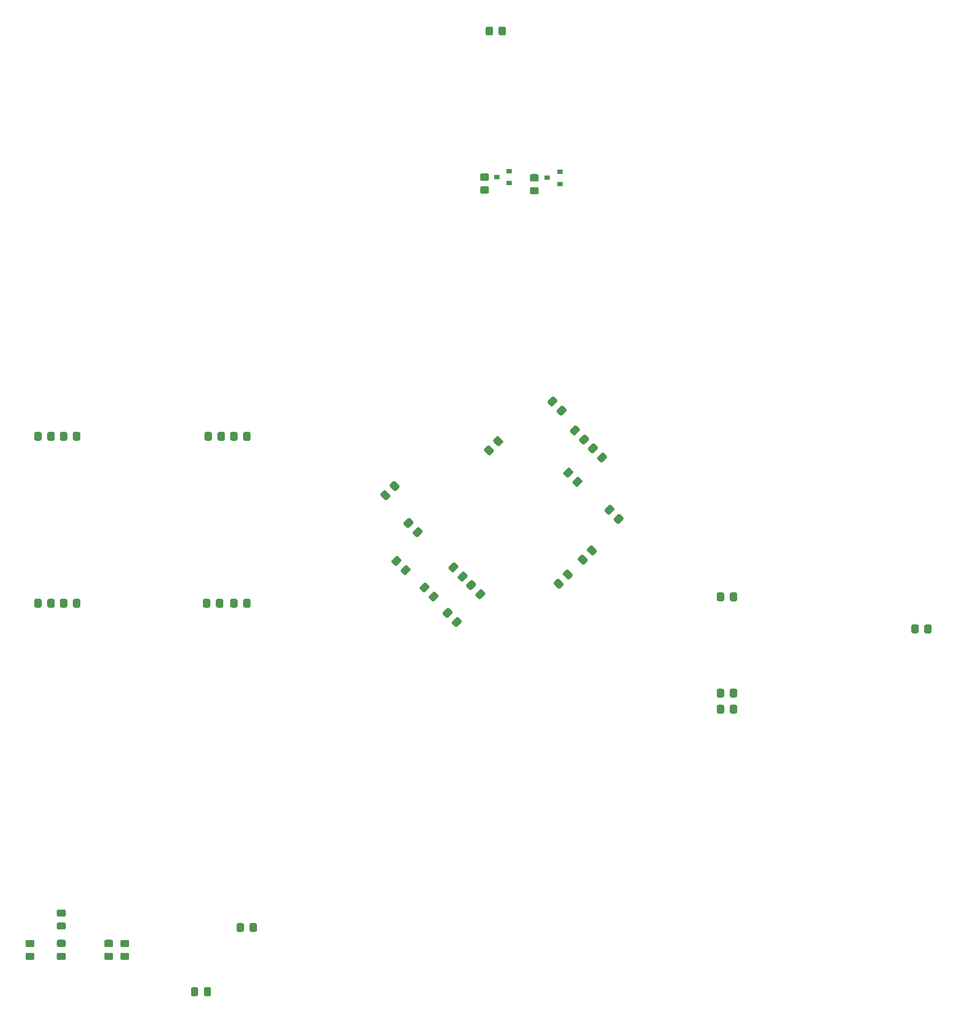
<source format=gbr>
%TF.GenerationSoftware,KiCad,Pcbnew,(5.1.6)-1*%
%TF.CreationDate,2022-11-13T07:46:46-05:00*%
%TF.ProjectId,MigStorm-ITX,4d696753-746f-4726-9d2d-4954582e6b69,rev?*%
%TF.SameCoordinates,Original*%
%TF.FileFunction,Paste,Bot*%
%TF.FilePolarity,Positive*%
%FSLAX46Y46*%
G04 Gerber Fmt 4.6, Leading zero omitted, Abs format (unit mm)*
G04 Created by KiCad (PCBNEW (5.1.6)-1) date 2022-11-13 07:46:46*
%MOMM*%
%LPD*%
G01*
G04 APERTURE LIST*
%ADD10R,0.900000X0.800000*%
G04 APERTURE END LIST*
%TO.C,C3*%
G36*
G01*
X204127612Y-132550785D02*
X203491215Y-131914388D01*
G75*
G02*
X203491215Y-131560836I176776J176776D01*
G01*
X203950836Y-131101215D01*
G75*
G02*
X204304388Y-131101215I176776J-176776D01*
G01*
X204940785Y-131737612D01*
G75*
G02*
X204940785Y-132091164I-176776J-176776D01*
G01*
X204481164Y-132550785D01*
G75*
G02*
X204127612Y-132550785I-176776J176776D01*
G01*
G37*
G36*
G01*
X202678044Y-134000353D02*
X202041647Y-133363956D01*
G75*
G02*
X202041647Y-133010404I176776J176776D01*
G01*
X202501268Y-132550783D01*
G75*
G02*
X202854820Y-132550783I176776J-176776D01*
G01*
X203491217Y-133187180D01*
G75*
G02*
X203491217Y-133540732I-176776J-176776D01*
G01*
X203031596Y-134000353D01*
G75*
G02*
X202678044Y-134000353I-176776J176776D01*
G01*
G37*
%TD*%
%TO.C,C6*%
G36*
G01*
X203782431Y-143585828D02*
X204418828Y-142949431D01*
G75*
G02*
X204772380Y-142949431I176776J-176776D01*
G01*
X205232001Y-143409052D01*
G75*
G02*
X205232001Y-143762604I-176776J-176776D01*
G01*
X204595604Y-144399001D01*
G75*
G02*
X204242052Y-144399001I-176776J176776D01*
G01*
X203782431Y-143939380D01*
G75*
G02*
X203782431Y-143585828I176776J176776D01*
G01*
G37*
G36*
G01*
X205231999Y-145035396D02*
X205868396Y-144398999D01*
G75*
G02*
X206221948Y-144398999I176776J-176776D01*
G01*
X206681569Y-144858620D01*
G75*
G02*
X206681569Y-145212172I-176776J-176776D01*
G01*
X206045172Y-145848569D01*
G75*
G02*
X205691620Y-145848569I-176776J176776D01*
G01*
X205231999Y-145388948D01*
G75*
G02*
X205231999Y-145035396I176776J176776D01*
G01*
G37*
%TD*%
%TO.C,C7*%
G36*
G01*
X209676999Y-149226396D02*
X210313396Y-148589999D01*
G75*
G02*
X210666948Y-148589999I176776J-176776D01*
G01*
X211126569Y-149049620D01*
G75*
G02*
X211126569Y-149403172I-176776J-176776D01*
G01*
X210490172Y-150039569D01*
G75*
G02*
X210136620Y-150039569I-176776J176776D01*
G01*
X209676999Y-149579948D01*
G75*
G02*
X209676999Y-149226396I176776J176776D01*
G01*
G37*
G36*
G01*
X208227431Y-147776828D02*
X208863828Y-147140431D01*
G75*
G02*
X209217380Y-147140431I176776J-176776D01*
G01*
X209677001Y-147600052D01*
G75*
G02*
X209677001Y-147953604I-176776J-176776D01*
G01*
X209040604Y-148590001D01*
G75*
G02*
X208687052Y-148590001I-176776J176776D01*
G01*
X208227431Y-148130380D01*
G75*
G02*
X208227431Y-147776828I176776J176776D01*
G01*
G37*
%TD*%
%TO.C,C10*%
G36*
G01*
X230072828Y-148007569D02*
X229436431Y-147371172D01*
G75*
G02*
X229436431Y-147017620I176776J176776D01*
G01*
X229896052Y-146557999D01*
G75*
G02*
X230249604Y-146557999I176776J-176776D01*
G01*
X230886001Y-147194396D01*
G75*
G02*
X230886001Y-147547948I-176776J-176776D01*
G01*
X230426380Y-148007569D01*
G75*
G02*
X230072828Y-148007569I-176776J176776D01*
G01*
G37*
G36*
G01*
X231522396Y-146558001D02*
X230885999Y-145921604D01*
G75*
G02*
X230885999Y-145568052I176776J176776D01*
G01*
X231345620Y-145108431D01*
G75*
G02*
X231699172Y-145108431I176776J-176776D01*
G01*
X232335569Y-145744828D01*
G75*
G02*
X232335569Y-146098380I-176776J-176776D01*
G01*
X231875948Y-146558001D01*
G75*
G02*
X231522396Y-146558001I-176776J176776D01*
G01*
G37*
%TD*%
%TO.C,C11*%
G36*
G01*
X238924215Y-136944612D02*
X239560612Y-136308215D01*
G75*
G02*
X239914164Y-136308215I176776J-176776D01*
G01*
X240373785Y-136767836D01*
G75*
G02*
X240373785Y-137121388I-176776J-176776D01*
G01*
X239737388Y-137757785D01*
G75*
G02*
X239383836Y-137757785I-176776J176776D01*
G01*
X238924215Y-137298164D01*
G75*
G02*
X238924215Y-136944612I176776J176776D01*
G01*
G37*
G36*
G01*
X237474647Y-135495044D02*
X238111044Y-134858647D01*
G75*
G02*
X238464596Y-134858647I176776J-176776D01*
G01*
X238924217Y-135318268D01*
G75*
G02*
X238924217Y-135671820I-176776J-176776D01*
G01*
X238287820Y-136308217D01*
G75*
G02*
X237934268Y-136308217I-176776J176776D01*
G01*
X237474647Y-135848596D01*
G75*
G02*
X237474647Y-135495044I176776J176776D01*
G01*
G37*
%TD*%
%TO.C,C12*%
G36*
G01*
X228457647Y-118350044D02*
X229094044Y-117713647D01*
G75*
G02*
X229447596Y-117713647I176776J-176776D01*
G01*
X229907217Y-118173268D01*
G75*
G02*
X229907217Y-118526820I-176776J-176776D01*
G01*
X229270820Y-119163217D01*
G75*
G02*
X228917268Y-119163217I-176776J176776D01*
G01*
X228457647Y-118703596D01*
G75*
G02*
X228457647Y-118350044I176776J176776D01*
G01*
G37*
G36*
G01*
X229907215Y-119799612D02*
X230543612Y-119163215D01*
G75*
G02*
X230897164Y-119163215I176776J-176776D01*
G01*
X231356785Y-119622836D01*
G75*
G02*
X231356785Y-119976388I-176776J-176776D01*
G01*
X230720388Y-120612785D01*
G75*
G02*
X230366836Y-120612785I-176776J176776D01*
G01*
X229907215Y-120153164D01*
G75*
G02*
X229907215Y-119799612I176776J176776D01*
G01*
G37*
%TD*%
%TO.C,C13*%
G36*
G01*
X232409999Y-131065396D02*
X233046396Y-130428999D01*
G75*
G02*
X233399948Y-130428999I176776J-176776D01*
G01*
X233859569Y-130888620D01*
G75*
G02*
X233859569Y-131242172I-176776J-176776D01*
G01*
X233223172Y-131878569D01*
G75*
G02*
X232869620Y-131878569I-176776J176776D01*
G01*
X232409999Y-131418948D01*
G75*
G02*
X232409999Y-131065396I176776J176776D01*
G01*
G37*
G36*
G01*
X230960431Y-129615828D02*
X231596828Y-128979431D01*
G75*
G02*
X231950380Y-128979431I176776J-176776D01*
G01*
X232410001Y-129439052D01*
G75*
G02*
X232410001Y-129792604I-176776J-176776D01*
G01*
X231773604Y-130429001D01*
G75*
G02*
X231420052Y-130429001I-176776J176776D01*
G01*
X230960431Y-129969380D01*
G75*
G02*
X230960431Y-129615828I176776J176776D01*
G01*
G37*
%TD*%
%TO.C,C14*%
G36*
G01*
X214248999Y-146051396D02*
X214885396Y-145414999D01*
G75*
G02*
X215238948Y-145414999I176776J-176776D01*
G01*
X215698569Y-145874620D01*
G75*
G02*
X215698569Y-146228172I-176776J-176776D01*
G01*
X215062172Y-146864569D01*
G75*
G02*
X214708620Y-146864569I-176776J176776D01*
G01*
X214248999Y-146404948D01*
G75*
G02*
X214248999Y-146051396I176776J176776D01*
G01*
G37*
G36*
G01*
X212799431Y-144601828D02*
X213435828Y-143965431D01*
G75*
G02*
X213789380Y-143965431I176776J-176776D01*
G01*
X214249001Y-144425052D01*
G75*
G02*
X214249001Y-144778604I-176776J-176776D01*
G01*
X213612604Y-145415001D01*
G75*
G02*
X213259052Y-145415001I-176776J176776D01*
G01*
X212799431Y-144955380D01*
G75*
G02*
X212799431Y-144601828I176776J176776D01*
G01*
G37*
%TD*%
%TO.C,C15*%
G36*
G01*
X205687431Y-137579612D02*
X206323828Y-136943215D01*
G75*
G02*
X206677380Y-136943215I176776J-176776D01*
G01*
X207137001Y-137402836D01*
G75*
G02*
X207137001Y-137756388I-176776J-176776D01*
G01*
X206500604Y-138392785D01*
G75*
G02*
X206147052Y-138392785I-176776J176776D01*
G01*
X205687431Y-137933164D01*
G75*
G02*
X205687431Y-137579612I176776J176776D01*
G01*
G37*
G36*
G01*
X207136999Y-139029180D02*
X207773396Y-138392783D01*
G75*
G02*
X208126948Y-138392783I176776J-176776D01*
G01*
X208586569Y-138852404D01*
G75*
G02*
X208586569Y-139205956I-176776J-176776D01*
G01*
X207950172Y-139842353D01*
G75*
G02*
X207596620Y-139842353I-176776J176776D01*
G01*
X207136999Y-139382732D01*
G75*
G02*
X207136999Y-139029180I176776J176776D01*
G01*
G37*
%TD*%
%TO.C,C16*%
G36*
G01*
X214772353Y-153429956D02*
X214135956Y-154066353D01*
G75*
G02*
X213782404Y-154066353I-176776J176776D01*
G01*
X213322783Y-153606732D01*
G75*
G02*
X213322783Y-153253180I176776J176776D01*
G01*
X213959180Y-152616783D01*
G75*
G02*
X214312732Y-152616783I176776J-176776D01*
G01*
X214772353Y-153076404D01*
G75*
G02*
X214772353Y-153429956I-176776J-176776D01*
G01*
G37*
G36*
G01*
X213322785Y-151980388D02*
X212686388Y-152616785D01*
G75*
G02*
X212332836Y-152616785I-176776J176776D01*
G01*
X211873215Y-152157164D01*
G75*
G02*
X211873215Y-151803612I176776J176776D01*
G01*
X212509612Y-151167215D01*
G75*
G02*
X212863164Y-151167215I176776J-176776D01*
G01*
X213322785Y-151626836D01*
G75*
G02*
X213322785Y-151980388I-176776J-176776D01*
G01*
G37*
%TD*%
%TO.C,C17*%
G36*
G01*
X217043001Y-147572604D02*
X216406604Y-148209001D01*
G75*
G02*
X216053052Y-148209001I-176776J176776D01*
G01*
X215593431Y-147749380D01*
G75*
G02*
X215593431Y-147395828I176776J176776D01*
G01*
X216229828Y-146759431D01*
G75*
G02*
X216583380Y-146759431I176776J-176776D01*
G01*
X217043001Y-147219052D01*
G75*
G02*
X217043001Y-147572604I-176776J-176776D01*
G01*
G37*
G36*
G01*
X218492569Y-149022172D02*
X217856172Y-149658569D01*
G75*
G02*
X217502620Y-149658569I-176776J176776D01*
G01*
X217042999Y-149198948D01*
G75*
G02*
X217042999Y-148845396I176776J176776D01*
G01*
X217679396Y-148208999D01*
G75*
G02*
X218032948Y-148208999I176776J-176776D01*
G01*
X218492569Y-148668620D01*
G75*
G02*
X218492569Y-149022172I-176776J-176776D01*
G01*
G37*
%TD*%
%TO.C,C18*%
G36*
G01*
X233463215Y-124371612D02*
X234099612Y-123735215D01*
G75*
G02*
X234453164Y-123735215I176776J-176776D01*
G01*
X234912785Y-124194836D01*
G75*
G02*
X234912785Y-124548388I-176776J-176776D01*
G01*
X234276388Y-125184785D01*
G75*
G02*
X233922836Y-125184785I-176776J176776D01*
G01*
X233463215Y-124725164D01*
G75*
G02*
X233463215Y-124371612I176776J176776D01*
G01*
G37*
G36*
G01*
X232013647Y-122922044D02*
X232650044Y-122285647D01*
G75*
G02*
X233003596Y-122285647I176776J-176776D01*
G01*
X233463217Y-122745268D01*
G75*
G02*
X233463217Y-123098820I-176776J-176776D01*
G01*
X232826820Y-123735217D01*
G75*
G02*
X232473268Y-123735217I-176776J176776D01*
G01*
X232013647Y-123275596D01*
G75*
G02*
X232013647Y-122922044I176776J176776D01*
G01*
G37*
%TD*%
%TO.C,C19*%
G36*
G01*
X235509172Y-141298431D02*
X236145569Y-141934828D01*
G75*
G02*
X236145569Y-142288380I-176776J-176776D01*
G01*
X235685948Y-142748001D01*
G75*
G02*
X235332396Y-142748001I-176776J176776D01*
G01*
X234695999Y-142111604D01*
G75*
G02*
X234695999Y-141758052I176776J176776D01*
G01*
X235155620Y-141298431D01*
G75*
G02*
X235509172Y-141298431I176776J-176776D01*
G01*
G37*
G36*
G01*
X234059604Y-142747999D02*
X234696001Y-143384396D01*
G75*
G02*
X234696001Y-143737948I-176776J-176776D01*
G01*
X234236380Y-144197569D01*
G75*
G02*
X233882828Y-144197569I-176776J176776D01*
G01*
X233246431Y-143561172D01*
G75*
G02*
X233246431Y-143207620I176776J176776D01*
G01*
X233706052Y-142747999D01*
G75*
G02*
X234059604Y-142747999I176776J-176776D01*
G01*
G37*
%TD*%
%TO.C,C20*%
G36*
G01*
X237759353Y-127394956D02*
X237122956Y-128031353D01*
G75*
G02*
X236769404Y-128031353I-176776J176776D01*
G01*
X236309783Y-127571732D01*
G75*
G02*
X236309783Y-127218180I176776J176776D01*
G01*
X236946180Y-126581783D01*
G75*
G02*
X237299732Y-126581783I176776J-176776D01*
G01*
X237759353Y-127041404D01*
G75*
G02*
X237759353Y-127394956I-176776J-176776D01*
G01*
G37*
G36*
G01*
X236309785Y-125945388D02*
X235673388Y-126581785D01*
G75*
G02*
X235319836Y-126581785I-176776J176776D01*
G01*
X234860215Y-126122164D01*
G75*
G02*
X234860215Y-125768612I176776J176776D01*
G01*
X235496612Y-125132215D01*
G75*
G02*
X235850164Y-125132215I176776J-176776D01*
G01*
X236309785Y-125591836D01*
G75*
G02*
X236309785Y-125945388I-176776J-176776D01*
G01*
G37*
%TD*%
%TO.C,C21*%
G36*
G01*
X256344000Y-148901999D02*
X256344000Y-149802001D01*
G75*
G02*
X256094001Y-150052000I-249999J0D01*
G01*
X255443999Y-150052000D01*
G75*
G02*
X255194000Y-149802001I0J249999D01*
G01*
X255194000Y-148901999D01*
G75*
G02*
X255443999Y-148652000I249999J0D01*
G01*
X256094001Y-148652000D01*
G75*
G02*
X256344000Y-148901999I0J-249999D01*
G01*
G37*
G36*
G01*
X258394000Y-148901999D02*
X258394000Y-149802001D01*
G75*
G02*
X258144001Y-150052000I-249999J0D01*
G01*
X257493999Y-150052000D01*
G75*
G02*
X257244000Y-149802001I0J249999D01*
G01*
X257244000Y-148901999D01*
G75*
G02*
X257493999Y-148652000I249999J0D01*
G01*
X258144001Y-148652000D01*
G75*
G02*
X258394000Y-148901999I0J-249999D01*
G01*
G37*
%TD*%
%TO.C,C22*%
G36*
G01*
X287987000Y-154882001D02*
X287987000Y-153981999D01*
G75*
G02*
X288236999Y-153732000I249999J0D01*
G01*
X288887001Y-153732000D01*
G75*
G02*
X289137000Y-153981999I0J-249999D01*
G01*
X289137000Y-154882001D01*
G75*
G02*
X288887001Y-155132000I-249999J0D01*
G01*
X288236999Y-155132000D01*
G75*
G02*
X287987000Y-154882001I0J249999D01*
G01*
G37*
G36*
G01*
X285937000Y-154882001D02*
X285937000Y-153981999D01*
G75*
G02*
X286186999Y-153732000I249999J0D01*
G01*
X286837001Y-153732000D01*
G75*
G02*
X287087000Y-153981999I0J-249999D01*
G01*
X287087000Y-154882001D01*
G75*
G02*
X286837001Y-155132000I-249999J0D01*
G01*
X286186999Y-155132000D01*
G75*
G02*
X285937000Y-154882001I0J249999D01*
G01*
G37*
%TD*%
%TO.C,C23*%
G36*
G01*
X258385000Y-164141999D02*
X258385000Y-165042001D01*
G75*
G02*
X258135001Y-165292000I-249999J0D01*
G01*
X257484999Y-165292000D01*
G75*
G02*
X257235000Y-165042001I0J249999D01*
G01*
X257235000Y-164141999D01*
G75*
G02*
X257484999Y-163892000I249999J0D01*
G01*
X258135001Y-163892000D01*
G75*
G02*
X258385000Y-164141999I0J-249999D01*
G01*
G37*
G36*
G01*
X256335000Y-164141999D02*
X256335000Y-165042001D01*
G75*
G02*
X256085001Y-165292000I-249999J0D01*
G01*
X255434999Y-165292000D01*
G75*
G02*
X255185000Y-165042001I0J249999D01*
G01*
X255185000Y-164141999D01*
G75*
G02*
X255434999Y-163892000I249999J0D01*
G01*
X256085001Y-163892000D01*
G75*
G02*
X256335000Y-164141999I0J-249999D01*
G01*
G37*
%TD*%
%TO.C,C24*%
G36*
G01*
X256335000Y-166681999D02*
X256335000Y-167582001D01*
G75*
G02*
X256085001Y-167832000I-249999J0D01*
G01*
X255434999Y-167832000D01*
G75*
G02*
X255185000Y-167582001I0J249999D01*
G01*
X255185000Y-166681999D01*
G75*
G02*
X255434999Y-166432000I249999J0D01*
G01*
X256085001Y-166432000D01*
G75*
G02*
X256335000Y-166681999I0J-249999D01*
G01*
G37*
G36*
G01*
X258385000Y-166681999D02*
X258385000Y-167582001D01*
G75*
G02*
X258135001Y-167832000I-249999J0D01*
G01*
X257484999Y-167832000D01*
G75*
G02*
X257235000Y-167582001I0J249999D01*
G01*
X257235000Y-166681999D01*
G75*
G02*
X257484999Y-166432000I249999J0D01*
G01*
X258135001Y-166432000D01*
G75*
G02*
X258385000Y-166681999I0J-249999D01*
G01*
G37*
%TD*%
%TO.C,C25*%
G36*
G01*
X147244000Y-124402001D02*
X147244000Y-123501999D01*
G75*
G02*
X147493999Y-123252000I249999J0D01*
G01*
X148144001Y-123252000D01*
G75*
G02*
X148394000Y-123501999I0J-249999D01*
G01*
X148394000Y-124402001D01*
G75*
G02*
X148144001Y-124652000I-249999J0D01*
G01*
X147493999Y-124652000D01*
G75*
G02*
X147244000Y-124402001I0J249999D01*
G01*
G37*
G36*
G01*
X149294000Y-124402001D02*
X149294000Y-123501999D01*
G75*
G02*
X149543999Y-123252000I249999J0D01*
G01*
X150194001Y-123252000D01*
G75*
G02*
X150444000Y-123501999I0J-249999D01*
G01*
X150444000Y-124402001D01*
G75*
G02*
X150194001Y-124652000I-249999J0D01*
G01*
X149543999Y-124652000D01*
G75*
G02*
X149294000Y-124402001I0J249999D01*
G01*
G37*
%TD*%
%TO.C,C26*%
G36*
G01*
X154499000Y-123501999D02*
X154499000Y-124402001D01*
G75*
G02*
X154249001Y-124652000I-249999J0D01*
G01*
X153598999Y-124652000D01*
G75*
G02*
X153349000Y-124402001I0J249999D01*
G01*
X153349000Y-123501999D01*
G75*
G02*
X153598999Y-123252000I249999J0D01*
G01*
X154249001Y-123252000D01*
G75*
G02*
X154499000Y-123501999I0J-249999D01*
G01*
G37*
G36*
G01*
X152449000Y-123501999D02*
X152449000Y-124402001D01*
G75*
G02*
X152199001Y-124652000I-249999J0D01*
G01*
X151548999Y-124652000D01*
G75*
G02*
X151299000Y-124402001I0J249999D01*
G01*
X151299000Y-123501999D01*
G75*
G02*
X151548999Y-123252000I249999J0D01*
G01*
X152199001Y-123252000D01*
G75*
G02*
X152449000Y-123501999I0J-249999D01*
G01*
G37*
%TD*%
%TO.C,C27*%
G36*
G01*
X176218000Y-124402001D02*
X176218000Y-123501999D01*
G75*
G02*
X176467999Y-123252000I249999J0D01*
G01*
X177118001Y-123252000D01*
G75*
G02*
X177368000Y-123501999I0J-249999D01*
G01*
X177368000Y-124402001D01*
G75*
G02*
X177118001Y-124652000I-249999J0D01*
G01*
X176467999Y-124652000D01*
G75*
G02*
X176218000Y-124402001I0J249999D01*
G01*
G37*
G36*
G01*
X174168000Y-124402001D02*
X174168000Y-123501999D01*
G75*
G02*
X174417999Y-123252000I249999J0D01*
G01*
X175068001Y-123252000D01*
G75*
G02*
X175318000Y-123501999I0J-249999D01*
G01*
X175318000Y-124402001D01*
G75*
G02*
X175068001Y-124652000I-249999J0D01*
G01*
X174417999Y-124652000D01*
G75*
G02*
X174168000Y-124402001I0J249999D01*
G01*
G37*
%TD*%
%TO.C,C28*%
G36*
G01*
X181432000Y-123501999D02*
X181432000Y-124402001D01*
G75*
G02*
X181182001Y-124652000I-249999J0D01*
G01*
X180531999Y-124652000D01*
G75*
G02*
X180282000Y-124402001I0J249999D01*
G01*
X180282000Y-123501999D01*
G75*
G02*
X180531999Y-123252000I249999J0D01*
G01*
X181182001Y-123252000D01*
G75*
G02*
X181432000Y-123501999I0J-249999D01*
G01*
G37*
G36*
G01*
X179382000Y-123501999D02*
X179382000Y-124402001D01*
G75*
G02*
X179132001Y-124652000I-249999J0D01*
G01*
X178481999Y-124652000D01*
G75*
G02*
X178232000Y-124402001I0J249999D01*
G01*
X178232000Y-123501999D01*
G75*
G02*
X178481999Y-123252000I249999J0D01*
G01*
X179132001Y-123252000D01*
G75*
G02*
X179382000Y-123501999I0J-249999D01*
G01*
G37*
%TD*%
%TO.C,C29*%
G36*
G01*
X149294000Y-150818001D02*
X149294000Y-149917999D01*
G75*
G02*
X149543999Y-149668000I249999J0D01*
G01*
X150194001Y-149668000D01*
G75*
G02*
X150444000Y-149917999I0J-249999D01*
G01*
X150444000Y-150818001D01*
G75*
G02*
X150194001Y-151068000I-249999J0D01*
G01*
X149543999Y-151068000D01*
G75*
G02*
X149294000Y-150818001I0J249999D01*
G01*
G37*
G36*
G01*
X147244000Y-150818001D02*
X147244000Y-149917999D01*
G75*
G02*
X147493999Y-149668000I249999J0D01*
G01*
X148144001Y-149668000D01*
G75*
G02*
X148394000Y-149917999I0J-249999D01*
G01*
X148394000Y-150818001D01*
G75*
G02*
X148144001Y-151068000I-249999J0D01*
G01*
X147493999Y-151068000D01*
G75*
G02*
X147244000Y-150818001I0J249999D01*
G01*
G37*
%TD*%
%TO.C,C30*%
G36*
G01*
X154508000Y-149917999D02*
X154508000Y-150818001D01*
G75*
G02*
X154258001Y-151068000I-249999J0D01*
G01*
X153607999Y-151068000D01*
G75*
G02*
X153358000Y-150818001I0J249999D01*
G01*
X153358000Y-149917999D01*
G75*
G02*
X153607999Y-149668000I249999J0D01*
G01*
X154258001Y-149668000D01*
G75*
G02*
X154508000Y-149917999I0J-249999D01*
G01*
G37*
G36*
G01*
X152458000Y-149917999D02*
X152458000Y-150818001D01*
G75*
G02*
X152208001Y-151068000I-249999J0D01*
G01*
X151557999Y-151068000D01*
G75*
G02*
X151308000Y-150818001I0J249999D01*
G01*
X151308000Y-149917999D01*
G75*
G02*
X151557999Y-149668000I249999J0D01*
G01*
X152208001Y-149668000D01*
G75*
G02*
X152458000Y-149917999I0J-249999D01*
G01*
G37*
%TD*%
%TO.C,C31*%
G36*
G01*
X175964000Y-150818001D02*
X175964000Y-149917999D01*
G75*
G02*
X176213999Y-149668000I249999J0D01*
G01*
X176864001Y-149668000D01*
G75*
G02*
X177114000Y-149917999I0J-249999D01*
G01*
X177114000Y-150818001D01*
G75*
G02*
X176864001Y-151068000I-249999J0D01*
G01*
X176213999Y-151068000D01*
G75*
G02*
X175964000Y-150818001I0J249999D01*
G01*
G37*
G36*
G01*
X173914000Y-150818001D02*
X173914000Y-149917999D01*
G75*
G02*
X174163999Y-149668000I249999J0D01*
G01*
X174814001Y-149668000D01*
G75*
G02*
X175064000Y-149917999I0J-249999D01*
G01*
X175064000Y-150818001D01*
G75*
G02*
X174814001Y-151068000I-249999J0D01*
G01*
X174163999Y-151068000D01*
G75*
G02*
X173914000Y-150818001I0J249999D01*
G01*
G37*
%TD*%
%TO.C,C32*%
G36*
G01*
X181432000Y-149917999D02*
X181432000Y-150818001D01*
G75*
G02*
X181182001Y-151068000I-249999J0D01*
G01*
X180531999Y-151068000D01*
G75*
G02*
X180282000Y-150818001I0J249999D01*
G01*
X180282000Y-149917999D01*
G75*
G02*
X180531999Y-149668000I249999J0D01*
G01*
X181182001Y-149668000D01*
G75*
G02*
X181432000Y-149917999I0J-249999D01*
G01*
G37*
G36*
G01*
X179382000Y-149917999D02*
X179382000Y-150818001D01*
G75*
G02*
X179132001Y-151068000I-249999J0D01*
G01*
X178481999Y-151068000D01*
G75*
G02*
X178232000Y-150818001I0J249999D01*
G01*
X178232000Y-149917999D01*
G75*
G02*
X178481999Y-149668000I249999J0D01*
G01*
X179132001Y-149668000D01*
G75*
G02*
X179382000Y-149917999I0J-249999D01*
G01*
G37*
%TD*%
%TO.C,C41*%
G36*
G01*
X181289000Y-202126001D02*
X181289000Y-201225999D01*
G75*
G02*
X181538999Y-200976000I249999J0D01*
G01*
X182189001Y-200976000D01*
G75*
G02*
X182439000Y-201225999I0J-249999D01*
G01*
X182439000Y-202126001D01*
G75*
G02*
X182189001Y-202376000I-249999J0D01*
G01*
X181538999Y-202376000D01*
G75*
G02*
X181289000Y-202126001I0J249999D01*
G01*
G37*
G36*
G01*
X179239000Y-202126001D02*
X179239000Y-201225999D01*
G75*
G02*
X179488999Y-200976000I249999J0D01*
G01*
X180139001Y-200976000D01*
G75*
G02*
X180389000Y-201225999I0J-249999D01*
G01*
X180389000Y-202126001D01*
G75*
G02*
X180139001Y-202376000I-249999J0D01*
G01*
X179488999Y-202376000D01*
G75*
G02*
X179239000Y-202126001I0J249999D01*
G01*
G37*
%TD*%
D10*
%TO.C,D5*%
X220361000Y-82931000D03*
X222361000Y-83881000D03*
X222361000Y-81981000D03*
%TD*%
%TO.C,D6*%
X230378000Y-82108000D03*
X230378000Y-84008000D03*
X228378000Y-83058000D03*
%TD*%
%TO.C,R7*%
G36*
G01*
X220510612Y-125438785D02*
X219874215Y-124802388D01*
G75*
G02*
X219874215Y-124448836I176776J176776D01*
G01*
X220333836Y-123989215D01*
G75*
G02*
X220687388Y-123989215I176776J-176776D01*
G01*
X221323785Y-124625612D01*
G75*
G02*
X221323785Y-124979164I-176776J-176776D01*
G01*
X220864164Y-125438785D01*
G75*
G02*
X220510612Y-125438785I-176776J176776D01*
G01*
G37*
G36*
G01*
X219061044Y-126888353D02*
X218424647Y-126251956D01*
G75*
G02*
X218424647Y-125898404I176776J176776D01*
G01*
X218884268Y-125438783D01*
G75*
G02*
X219237820Y-125438783I176776J-176776D01*
G01*
X219874217Y-126075180D01*
G75*
G02*
X219874217Y-126428732I-176776J-176776D01*
G01*
X219414596Y-126888353D01*
G75*
G02*
X219061044Y-126888353I-176776J176776D01*
G01*
G37*
%TD*%
%TO.C,R24*%
G36*
G01*
X174050000Y-212286001D02*
X174050000Y-211385999D01*
G75*
G02*
X174299999Y-211136000I249999J0D01*
G01*
X174950001Y-211136000D01*
G75*
G02*
X175200000Y-211385999I0J-249999D01*
G01*
X175200000Y-212286001D01*
G75*
G02*
X174950001Y-212536000I-249999J0D01*
G01*
X174299999Y-212536000D01*
G75*
G02*
X174050000Y-212286001I0J249999D01*
G01*
G37*
G36*
G01*
X172000000Y-212286001D02*
X172000000Y-211385999D01*
G75*
G02*
X172249999Y-211136000I249999J0D01*
G01*
X172900001Y-211136000D01*
G75*
G02*
X173150000Y-211385999I0J-249999D01*
G01*
X173150000Y-212286001D01*
G75*
G02*
X172900001Y-212536000I-249999J0D01*
G01*
X172249999Y-212536000D01*
G75*
G02*
X172000000Y-212286001I0J249999D01*
G01*
G37*
%TD*%
%TO.C,R29*%
G36*
G01*
X151961001Y-199965000D02*
X151060999Y-199965000D01*
G75*
G02*
X150811000Y-199715001I0J249999D01*
G01*
X150811000Y-199064999D01*
G75*
G02*
X151060999Y-198815000I249999J0D01*
G01*
X151961001Y-198815000D01*
G75*
G02*
X152211000Y-199064999I0J-249999D01*
G01*
X152211000Y-199715001D01*
G75*
G02*
X151961001Y-199965000I-249999J0D01*
G01*
G37*
G36*
G01*
X151961001Y-202015000D02*
X151060999Y-202015000D01*
G75*
G02*
X150811000Y-201765001I0J249999D01*
G01*
X150811000Y-201114999D01*
G75*
G02*
X151060999Y-200865000I249999J0D01*
G01*
X151961001Y-200865000D01*
G75*
G02*
X152211000Y-201114999I0J-249999D01*
G01*
X152211000Y-201765001D01*
G75*
G02*
X151961001Y-202015000I-249999J0D01*
G01*
G37*
%TD*%
%TO.C,R30*%
G36*
G01*
X161994001Y-204791000D02*
X161093999Y-204791000D01*
G75*
G02*
X160844000Y-204541001I0J249999D01*
G01*
X160844000Y-203890999D01*
G75*
G02*
X161093999Y-203641000I249999J0D01*
G01*
X161994001Y-203641000D01*
G75*
G02*
X162244000Y-203890999I0J-249999D01*
G01*
X162244000Y-204541001D01*
G75*
G02*
X161994001Y-204791000I-249999J0D01*
G01*
G37*
G36*
G01*
X161994001Y-206841000D02*
X161093999Y-206841000D01*
G75*
G02*
X160844000Y-206591001I0J249999D01*
G01*
X160844000Y-205940999D01*
G75*
G02*
X161093999Y-205691000I249999J0D01*
G01*
X161994001Y-205691000D01*
G75*
G02*
X162244000Y-205940999I0J-249999D01*
G01*
X162244000Y-206591001D01*
G75*
G02*
X161994001Y-206841000I-249999J0D01*
G01*
G37*
%TD*%
%TO.C,R31*%
G36*
G01*
X159454001Y-206823000D02*
X158553999Y-206823000D01*
G75*
G02*
X158304000Y-206573001I0J249999D01*
G01*
X158304000Y-205922999D01*
G75*
G02*
X158553999Y-205673000I249999J0D01*
G01*
X159454001Y-205673000D01*
G75*
G02*
X159704000Y-205922999I0J-249999D01*
G01*
X159704000Y-206573001D01*
G75*
G02*
X159454001Y-206823000I-249999J0D01*
G01*
G37*
G36*
G01*
X159454001Y-204773000D02*
X158553999Y-204773000D01*
G75*
G02*
X158304000Y-204523001I0J249999D01*
G01*
X158304000Y-203872999D01*
G75*
G02*
X158553999Y-203623000I249999J0D01*
G01*
X159454001Y-203623000D01*
G75*
G02*
X159704000Y-203872999I0J-249999D01*
G01*
X159704000Y-204523001D01*
G75*
G02*
X159454001Y-204773000I-249999J0D01*
G01*
G37*
%TD*%
%TO.C,R32*%
G36*
G01*
X151961001Y-206823000D02*
X151060999Y-206823000D01*
G75*
G02*
X150811000Y-206573001I0J249999D01*
G01*
X150811000Y-205922999D01*
G75*
G02*
X151060999Y-205673000I249999J0D01*
G01*
X151961001Y-205673000D01*
G75*
G02*
X152211000Y-205922999I0J-249999D01*
G01*
X152211000Y-206573001D01*
G75*
G02*
X151961001Y-206823000I-249999J0D01*
G01*
G37*
G36*
G01*
X151961001Y-204773000D02*
X151060999Y-204773000D01*
G75*
G02*
X150811000Y-204523001I0J249999D01*
G01*
X150811000Y-203872999D01*
G75*
G02*
X151060999Y-203623000I249999J0D01*
G01*
X151961001Y-203623000D01*
G75*
G02*
X152211000Y-203872999I0J-249999D01*
G01*
X152211000Y-204523001D01*
G75*
G02*
X151961001Y-204773000I-249999J0D01*
G01*
G37*
%TD*%
%TO.C,R33*%
G36*
G01*
X147008001Y-206841000D02*
X146107999Y-206841000D01*
G75*
G02*
X145858000Y-206591001I0J249999D01*
G01*
X145858000Y-205940999D01*
G75*
G02*
X146107999Y-205691000I249999J0D01*
G01*
X147008001Y-205691000D01*
G75*
G02*
X147258000Y-205940999I0J-249999D01*
G01*
X147258000Y-206591001D01*
G75*
G02*
X147008001Y-206841000I-249999J0D01*
G01*
G37*
G36*
G01*
X147008001Y-204791000D02*
X146107999Y-204791000D01*
G75*
G02*
X145858000Y-204541001I0J249999D01*
G01*
X145858000Y-203890999D01*
G75*
G02*
X146107999Y-203641000I249999J0D01*
G01*
X147008001Y-203641000D01*
G75*
G02*
X147258000Y-203890999I0J-249999D01*
G01*
X147258000Y-204541001D01*
G75*
G02*
X147008001Y-204791000I-249999J0D01*
G01*
G37*
%TD*%
%TO.C,R63*%
G36*
G01*
X218618000Y-60267001D02*
X218618000Y-59366999D01*
G75*
G02*
X218867999Y-59117000I249999J0D01*
G01*
X219518001Y-59117000D01*
G75*
G02*
X219768000Y-59366999I0J-249999D01*
G01*
X219768000Y-60267001D01*
G75*
G02*
X219518001Y-60517000I-249999J0D01*
G01*
X218867999Y-60517000D01*
G75*
G02*
X218618000Y-60267001I0J249999D01*
G01*
G37*
G36*
G01*
X220668000Y-60267001D02*
X220668000Y-59366999D01*
G75*
G02*
X220917999Y-59117000I249999J0D01*
G01*
X221568001Y-59117000D01*
G75*
G02*
X221818000Y-59366999I0J-249999D01*
G01*
X221818000Y-60267001D01*
G75*
G02*
X221568001Y-60517000I-249999J0D01*
G01*
X220917999Y-60517000D01*
G75*
G02*
X220668000Y-60267001I0J249999D01*
G01*
G37*
%TD*%
%TO.C,R64*%
G36*
G01*
X218890001Y-85556000D02*
X217989999Y-85556000D01*
G75*
G02*
X217740000Y-85306001I0J249999D01*
G01*
X217740000Y-84655999D01*
G75*
G02*
X217989999Y-84406000I249999J0D01*
G01*
X218890001Y-84406000D01*
G75*
G02*
X219140000Y-84655999I0J-249999D01*
G01*
X219140000Y-85306001D01*
G75*
G02*
X218890001Y-85556000I-249999J0D01*
G01*
G37*
G36*
G01*
X218890001Y-83506000D02*
X217989999Y-83506000D01*
G75*
G02*
X217740000Y-83256001I0J249999D01*
G01*
X217740000Y-82605999D01*
G75*
G02*
X217989999Y-82356000I249999J0D01*
G01*
X218890001Y-82356000D01*
G75*
G02*
X219140000Y-82605999I0J-249999D01*
G01*
X219140000Y-83256001D01*
G75*
G02*
X218890001Y-83506000I-249999J0D01*
G01*
G37*
%TD*%
%TO.C,R65*%
G36*
G01*
X226764001Y-83615000D02*
X225863999Y-83615000D01*
G75*
G02*
X225614000Y-83365001I0J249999D01*
G01*
X225614000Y-82714999D01*
G75*
G02*
X225863999Y-82465000I249999J0D01*
G01*
X226764001Y-82465000D01*
G75*
G02*
X227014000Y-82714999I0J-249999D01*
G01*
X227014000Y-83365001D01*
G75*
G02*
X226764001Y-83615000I-249999J0D01*
G01*
G37*
G36*
G01*
X226764001Y-85665000D02*
X225863999Y-85665000D01*
G75*
G02*
X225614000Y-85415001I0J249999D01*
G01*
X225614000Y-84764999D01*
G75*
G02*
X225863999Y-84515000I249999J0D01*
G01*
X226764001Y-84515000D01*
G75*
G02*
X227014000Y-84764999I0J-249999D01*
G01*
X227014000Y-85415001D01*
G75*
G02*
X226764001Y-85665000I-249999J0D01*
G01*
G37*
%TD*%
M02*

</source>
